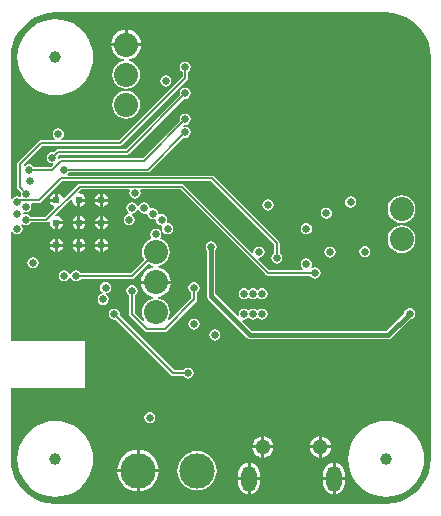
<source format=gbl>
G04*
G04 #@! TF.GenerationSoftware,Altium Limited,CircuitStudio,1.5.2 (30)*
G04*
G04 Layer_Physical_Order=4*
G04 Layer_Color=16737996*
%FSLAX25Y25*%
%MOIN*%
G70*
G01*
G75*
%ADD39C,0.00600*%
%ADD41C,0.00800*%
%ADD43C,0.01500*%
%ADD49C,0.08032*%
%ADD50C,0.11811*%
%ADD51C,0.02400*%
%ADD52O,0.05118X0.08661*%
%ADD53C,0.05118*%
%ADD54C,0.03937*%
%ADD55C,0.02500*%
G36*
X128323Y164369D02*
X130603Y163822D01*
X132770Y162924D01*
X134770Y161699D01*
X136554Y160176D01*
X138077Y158392D01*
X139302Y156392D01*
X140200Y154225D01*
X140747Y151945D01*
X140928Y149648D01*
X140920Y149606D01*
Y15748D01*
X140928Y15706D01*
X140747Y13410D01*
X140200Y11129D01*
X139302Y8962D01*
X138077Y6962D01*
X136554Y5179D01*
X134770Y3655D01*
X132770Y2430D01*
X130603Y1532D01*
X128323Y985D01*
X126026Y804D01*
X125984Y812D01*
X15748D01*
X15706Y804D01*
X13410Y985D01*
X11129Y1532D01*
X8962Y2430D01*
X6962Y3655D01*
X5179Y5179D01*
X3655Y6962D01*
X2430Y8962D01*
X1532Y11129D01*
X985Y13410D01*
X804Y15706D01*
X812Y15748D01*
Y39370D01*
X25591D01*
Y55118D01*
X812D01*
Y91493D01*
X1312Y91645D01*
X1619Y91186D01*
X2231Y90777D01*
X2953Y90633D01*
X3675Y90777D01*
X4287Y91186D01*
X4695Y91798D01*
X4839Y92520D01*
X4695Y93242D01*
X4438Y93627D01*
X4799Y93987D01*
X5184Y93730D01*
X5906Y93586D01*
X6627Y93730D01*
X7239Y94139D01*
X7517Y94555D01*
X12795D01*
X13146Y94625D01*
X13435Y94817D01*
X13469Y94810D01*
X13895Y94567D01*
X13879Y94488D01*
X14050Y93630D01*
X14536Y92902D01*
X15264Y92416D01*
X15622Y92345D01*
Y94488D01*
X16122D01*
Y94988D01*
X18266D01*
X18194Y95347D01*
X17708Y96074D01*
X16981Y96561D01*
X16122Y96731D01*
X16043Y96716D01*
X15797Y97176D01*
X20934Y102313D01*
X21395Y102067D01*
X21379Y101988D01*
X21550Y101130D01*
X22036Y100402D01*
X22764Y99916D01*
X23122Y99845D01*
Y101988D01*
X23622D01*
Y102488D01*
X25766D01*
X25694Y102847D01*
X25208Y103574D01*
X24480Y104060D01*
X23622Y104231D01*
X23543Y104216D01*
X23297Y104676D01*
X24184Y105563D01*
X40391D01*
X40627Y105122D01*
X40580Y105052D01*
X40437Y104331D01*
X40580Y103609D01*
X40989Y102997D01*
X41601Y102588D01*
X42323Y102445D01*
X43045Y102588D01*
X43657Y102997D01*
X44065Y103609D01*
X44209Y104331D01*
X44065Y105052D01*
X44019Y105122D01*
X44255Y105563D01*
X57509D01*
X85965Y77107D01*
X86263Y76908D01*
X86614Y76838D01*
X100750D01*
X101028Y76422D01*
X101640Y76013D01*
X102362Y75870D01*
X103084Y76013D01*
X103696Y76422D01*
X104105Y77034D01*
X104248Y77756D01*
X104105Y78478D01*
X103696Y79090D01*
X103084Y79499D01*
X102362Y79642D01*
X101640Y79499D01*
X101255Y79241D01*
X100895Y79602D01*
X101152Y79987D01*
X101296Y80709D01*
X101152Y81431D01*
X100743Y82042D01*
X100131Y82451D01*
X99410Y82595D01*
X98688Y82451D01*
X98076Y82042D01*
X97667Y81431D01*
X97523Y80709D01*
X97667Y79987D01*
X98076Y79375D01*
X98377Y79173D01*
X98225Y78673D01*
X86994D01*
X83358Y82310D01*
X83604Y82771D01*
X83661Y82759D01*
X84383Y82903D01*
X84995Y83312D01*
X85404Y83924D01*
X85548Y84646D01*
X85404Y85368D01*
X84995Y85979D01*
X84383Y86388D01*
X83661Y86532D01*
X82940Y86388D01*
X82328Y85979D01*
X81919Y85368D01*
X81775Y84646D01*
X81787Y84588D01*
X81326Y84342D01*
X58538Y107130D01*
X58240Y107328D01*
X57889Y107398D01*
X23804D01*
X23511Y107340D01*
X23452Y107328D01*
X23155Y107130D01*
X18715Y102690D01*
X18240Y102796D01*
X18182Y102865D01*
X17708Y103574D01*
X16981Y104060D01*
X16622Y104132D01*
Y101988D01*
X16122D01*
Y101488D01*
X13978D01*
X14050Y101130D01*
X14536Y100402D01*
X15246Y99928D01*
X15314Y99871D01*
X15420Y99395D01*
X12415Y96390D01*
X7517D01*
X7239Y96806D01*
X6627Y97215D01*
X5906Y97359D01*
X5406Y97259D01*
X5035Y97605D01*
X5377Y97991D01*
X5906Y97886D01*
X6627Y98030D01*
X7239Y98439D01*
X7648Y99051D01*
X7792Y99772D01*
X7648Y100494D01*
X7602Y100564D01*
X7837Y101005D01*
X10282D01*
X10633Y101075D01*
X10931Y101274D01*
X17992Y108334D01*
X67533D01*
X88649Y87218D01*
Y84289D01*
X88233Y84011D01*
X87824Y83399D01*
X87681Y82677D01*
X87824Y81955D01*
X88233Y81343D01*
X88845Y80935D01*
X89567Y80791D01*
X90289Y80935D01*
X90901Y81343D01*
X91310Y81955D01*
X91453Y82677D01*
X91310Y83399D01*
X90901Y84011D01*
X90485Y84289D01*
Y87598D01*
X90415Y87950D01*
X90216Y88247D01*
X68562Y109901D01*
X68265Y110100D01*
X67913Y110170D01*
X19885D01*
X19733Y110670D01*
X20035Y110871D01*
X20313Y111287D01*
X46654D01*
X47005Y111357D01*
X47302Y111556D01*
X58564Y122818D01*
X59055Y122720D01*
X59777Y122864D01*
X60389Y123273D01*
X60798Y123884D01*
X60941Y124606D01*
X60798Y125328D01*
X60389Y125940D01*
X59777Y126349D01*
X59055Y126493D01*
X58609Y126404D01*
X58375Y126851D01*
X58635Y127134D01*
X59055Y127051D01*
X59777Y127194D01*
X60389Y127603D01*
X60798Y128215D01*
X60941Y128937D01*
X60798Y129659D01*
X60389Y130271D01*
X59777Y130680D01*
X59055Y130823D01*
X58333Y130680D01*
X57721Y130271D01*
X57313Y129659D01*
X57169Y128937D01*
X57266Y128446D01*
X44895Y116075D01*
X17717D01*
X17424Y116017D01*
X17365Y116005D01*
X17097Y115826D01*
X16994Y115854D01*
X16639Y116084D01*
X16650Y116142D01*
X16552Y116633D01*
X17112Y117193D01*
X39567D01*
X39918Y117262D01*
X40216Y117461D01*
X58564Y135810D01*
X59055Y135712D01*
X59777Y135856D01*
X60389Y136265D01*
X60798Y136877D01*
X60941Y137598D01*
X60798Y138320D01*
X60389Y138932D01*
X59777Y139341D01*
X59055Y139485D01*
X58333Y139341D01*
X57721Y138932D01*
X57313Y138320D01*
X57169Y137598D01*
X57266Y137108D01*
X39187Y119028D01*
X16732D01*
X16439Y118970D01*
X16381Y118958D01*
X16083Y118759D01*
X15255Y117930D01*
X14764Y118028D01*
X14042Y117884D01*
X13430Y117475D01*
X13021Y116864D01*
X12878Y116142D01*
X13021Y115420D01*
X13430Y114808D01*
X14042Y114399D01*
X14764Y114255D01*
X14821Y114267D01*
X15067Y113806D01*
X14384Y113122D01*
X8502D01*
X8224Y113539D01*
X7612Y113947D01*
X6890Y114091D01*
X6168Y113947D01*
X5556Y113539D01*
X5482Y113428D01*
X4962Y113549D01*
X4921Y113859D01*
X11207Y120145D01*
X37402D01*
X37753Y120215D01*
X38050Y120414D01*
X59704Y142068D01*
X59903Y142365D01*
X59914Y142424D01*
X59973Y142717D01*
Y144648D01*
X60389Y144926D01*
X60798Y145538D01*
X60941Y146260D01*
X60798Y146982D01*
X60389Y147594D01*
X59777Y148003D01*
X59055Y148146D01*
X58333Y148003D01*
X57721Y147594D01*
X57313Y146982D01*
X57169Y146260D01*
X57313Y145538D01*
X57721Y144926D01*
X58138Y144648D01*
Y143097D01*
X37021Y121981D01*
X17916D01*
X17765Y122481D01*
X18066Y122682D01*
X18475Y123294D01*
X18619Y124016D01*
X18475Y124738D01*
X18066Y125349D01*
X17454Y125758D01*
X16732Y125902D01*
X16011Y125758D01*
X15398Y125349D01*
X14990Y124738D01*
X14846Y124016D01*
X14990Y123294D01*
X15398Y122682D01*
X15700Y122481D01*
X15548Y121981D01*
X10827D01*
X10476Y121911D01*
X10178Y121712D01*
X3288Y114822D01*
X3089Y114524D01*
X3019Y114173D01*
Y106234D01*
X3089Y105882D01*
X3288Y105585D01*
X4310Y104563D01*
X4212Y104072D01*
X4355Y103351D01*
X3928Y103132D01*
X3730Y103084D01*
X3675Y103121D01*
X2953Y103264D01*
X2231Y103121D01*
X1619Y102712D01*
X1312Y102253D01*
X812Y102405D01*
Y149606D01*
X804Y149648D01*
X985Y151945D01*
X1532Y154225D01*
X2430Y156392D01*
X3655Y158392D01*
X5179Y160176D01*
X6962Y161699D01*
X8962Y162924D01*
X11129Y163822D01*
X13410Y164369D01*
X15706Y164550D01*
X15748Y164542D01*
X125984D01*
X126026Y164550D01*
X128323Y164369D01*
D02*
G37*
%LPC*%
G36*
X68898Y58973D02*
X68176Y58829D01*
X67564Y58420D01*
X67155Y57808D01*
X67011Y57087D01*
X67155Y56365D01*
X67564Y55753D01*
X68176Y55344D01*
X68898Y55200D01*
X69620Y55344D01*
X70231Y55753D01*
X70640Y56365D01*
X70784Y57087D01*
X70640Y57808D01*
X70231Y58420D01*
X69620Y58829D01*
X68898Y58973D01*
D02*
G37*
G36*
X35433Y65863D02*
X34711Y65719D01*
X34099Y65310D01*
X33690Y64698D01*
X33547Y63976D01*
X33690Y63254D01*
X34099Y62643D01*
X34711Y62234D01*
X35433Y62090D01*
X35804Y62164D01*
X54397Y43570D01*
X54728Y43349D01*
X55118Y43272D01*
X58496D01*
X58706Y42957D01*
X59317Y42549D01*
X60039Y42405D01*
X60761Y42549D01*
X61373Y42957D01*
X61782Y43569D01*
X61926Y44291D01*
X61782Y45013D01*
X61373Y45625D01*
X60761Y46034D01*
X60039Y46178D01*
X59317Y46034D01*
X58706Y45625D01*
X58496Y45311D01*
X55541D01*
X37246Y63606D01*
X37319Y63976D01*
X37176Y64698D01*
X36767Y65310D01*
X36155Y65719D01*
X35433Y65863D01*
D02*
G37*
G36*
X62008Y62516D02*
X61286Y62373D01*
X60674Y61964D01*
X60265Y61352D01*
X60122Y60630D01*
X60265Y59908D01*
X60674Y59296D01*
X61286Y58887D01*
X62008Y58744D01*
X62730Y58887D01*
X63342Y59296D01*
X63750Y59908D01*
X63894Y60630D01*
X63750Y61352D01*
X63342Y61964D01*
X62730Y62373D01*
X62008Y62516D01*
D02*
G37*
G36*
X67717Y88304D02*
X66995Y88160D01*
X66383Y87751D01*
X65974Y87139D01*
X65830Y86417D01*
X65974Y85695D01*
X66340Y85147D01*
Y70079D01*
X66445Y69552D01*
X66743Y69105D01*
X79735Y56113D01*
X80182Y55815D01*
X80709Y55710D01*
X80709Y55710D01*
X126772D01*
X127298Y55815D01*
X127745Y56113D01*
X133934Y62302D01*
X134580Y62431D01*
X135192Y62839D01*
X135601Y63451D01*
X135745Y64173D01*
X135601Y64895D01*
X135192Y65507D01*
X134580Y65916D01*
X133858Y66059D01*
X133136Y65916D01*
X132525Y65507D01*
X132116Y64895D01*
X131987Y64249D01*
X126201Y58463D01*
X81279D01*
X78018Y61724D01*
X78264Y62185D01*
X78740Y62090D01*
X79462Y62234D01*
X80074Y62643D01*
X80359D01*
X80971Y62234D01*
X81693Y62090D01*
X82415Y62234D01*
X83027Y62643D01*
X83312D01*
X83924Y62234D01*
X84646Y62090D01*
X85368Y62234D01*
X85979Y62643D01*
X86388Y63254D01*
X86532Y63976D01*
X86388Y64698D01*
X85979Y65310D01*
X85368Y65719D01*
X84646Y65863D01*
X83924Y65719D01*
X83312Y65310D01*
X83027D01*
X82415Y65719D01*
X81693Y65863D01*
X80971Y65719D01*
X80359Y65310D01*
X80074D01*
X79462Y65719D01*
X78740Y65863D01*
X78018Y65719D01*
X77406Y65310D01*
X76998Y64698D01*
X76854Y63976D01*
X76949Y63500D01*
X76488Y63254D01*
X69093Y70649D01*
Y85147D01*
X69459Y85695D01*
X69603Y86417D01*
X69459Y87139D01*
X69050Y87751D01*
X68438Y88160D01*
X67717Y88304D01*
D02*
G37*
G36*
X47244Y31414D02*
X46522Y31270D01*
X45910Y30861D01*
X45501Y30249D01*
X45358Y29528D01*
X45501Y28806D01*
X45910Y28194D01*
X46522Y27785D01*
X47244Y27641D01*
X47966Y27785D01*
X48578Y28194D01*
X48987Y28806D01*
X49130Y29528D01*
X48987Y30249D01*
X48578Y30861D01*
X47966Y31270D01*
X47244Y31414D01*
D02*
G37*
G36*
X103535Y23241D02*
X103106Y23184D01*
X102241Y22825D01*
X101497Y22255D01*
X100927Y21511D01*
X100568Y20646D01*
X100512Y20217D01*
X103535D01*
Y23241D01*
D02*
G37*
G36*
X84441Y23241D02*
X84012Y23184D01*
X83146Y22825D01*
X82403Y22255D01*
X81832Y21511D01*
X81473Y20646D01*
X81417Y20217D01*
X84441D01*
Y23241D01*
D02*
G37*
G36*
X85441Y23241D02*
Y20217D01*
X88465D01*
X88408Y20646D01*
X88050Y21511D01*
X87479Y22255D01*
X86736Y22825D01*
X85870Y23184D01*
X85441Y23241D01*
D02*
G37*
G36*
X104535Y23241D02*
Y20217D01*
X107559D01*
X107503Y20646D01*
X107144Y21511D01*
X106574Y22255D01*
X105830Y22825D01*
X104964Y23184D01*
X104535Y23241D01*
D02*
G37*
G36*
X118898Y86729D02*
X118176Y86585D01*
X117564Y86176D01*
X117155Y85564D01*
X117011Y84842D01*
X117155Y84121D01*
X117564Y83509D01*
X118176Y83100D01*
X118898Y82956D01*
X119620Y83100D01*
X120231Y83509D01*
X120640Y84121D01*
X120784Y84842D01*
X120640Y85564D01*
X120231Y86176D01*
X119620Y86585D01*
X118898Y86729D01*
D02*
G37*
G36*
X107283Y86532D02*
X106561Y86388D01*
X105949Y85979D01*
X105541Y85367D01*
X105397Y84645D01*
X105541Y83924D01*
X105949Y83312D01*
X106561Y82903D01*
X107283Y82759D01*
X108005Y82903D01*
X108617Y83312D01*
X109026Y83924D01*
X109169Y84645D01*
X109026Y85367D01*
X108617Y85979D01*
X108005Y86388D01*
X107283Y86532D01*
D02*
G37*
G36*
X15622Y86488D02*
X13978D01*
X14050Y86130D01*
X14536Y85402D01*
X15264Y84916D01*
X15622Y84845D01*
Y86488D01*
D02*
G37*
G36*
X131142Y93671D02*
X129937Y93513D01*
X128814Y93048D01*
X127850Y92308D01*
X127110Y91343D01*
X126645Y90221D01*
X126486Y89016D01*
X126645Y87811D01*
X127110Y86688D01*
X127850Y85724D01*
X128814Y84984D01*
X129937Y84519D01*
X131142Y84360D01*
X132347Y84519D01*
X133469Y84984D01*
X134434Y85724D01*
X135174Y86688D01*
X135639Y87811D01*
X135797Y89016D01*
X135639Y90221D01*
X135174Y91343D01*
X134434Y92308D01*
X133469Y93048D01*
X132347Y93513D01*
X131142Y93671D01*
D02*
G37*
G36*
X8268Y82989D02*
X7546Y82845D01*
X6934Y82436D01*
X6525Y81824D01*
X6381Y81102D01*
X6525Y80380D01*
X6934Y79769D01*
X7546Y79360D01*
X8268Y79216D01*
X8990Y79360D01*
X9601Y79769D01*
X10010Y80380D01*
X10154Y81102D01*
X10010Y81824D01*
X9601Y82436D01*
X8990Y82845D01*
X8268Y82989D01*
D02*
G37*
G36*
X32480Y74721D02*
X31758Y74577D01*
X31146Y74168D01*
X30738Y73557D01*
X30594Y72835D01*
X30738Y72113D01*
X31146Y71501D01*
X31511Y71258D01*
X31405Y70727D01*
X30971Y70640D01*
X30359Y70231D01*
X29950Y69620D01*
X29807Y68898D01*
X29950Y68176D01*
X30359Y67564D01*
X30971Y67155D01*
X31693Y67011D01*
X32415Y67155D01*
X33027Y67564D01*
X33436Y68176D01*
X33579Y68898D01*
X33436Y69620D01*
X33027Y70231D01*
X32662Y70475D01*
X32768Y71006D01*
X33202Y71092D01*
X33814Y71501D01*
X34223Y72113D01*
X34367Y72835D01*
X34223Y73557D01*
X33814Y74168D01*
X33202Y74577D01*
X32480Y74721D01*
D02*
G37*
G36*
X62008D02*
X61286Y74577D01*
X60674Y74168D01*
X60265Y73557D01*
X60122Y72835D01*
X60265Y72113D01*
X60674Y71501D01*
X60988Y71291D01*
Y69320D01*
X53507Y61839D01*
X53130Y62169D01*
X53244Y62318D01*
X53710Y63441D01*
X53868Y64646D01*
X53710Y65851D01*
X53244Y66974D01*
X52505Y67938D01*
X51540Y68678D01*
X50418Y69143D01*
X50044Y69192D01*
X50044Y69696D01*
X50522Y69759D01*
X51742Y70264D01*
X52790Y71068D01*
X53594Y72116D01*
X54099Y73336D01*
X54206Y74146D01*
X49213D01*
X44219D01*
X44326Y73336D01*
X44831Y72116D01*
X45635Y71068D01*
X46683Y70264D01*
X47903Y69759D01*
X48381Y69696D01*
X48381Y69192D01*
X48008Y69143D01*
X46885Y68678D01*
X45921Y67938D01*
X45181Y66974D01*
X44716Y65851D01*
X44557Y64646D01*
X44716Y63441D01*
X45181Y62318D01*
X45295Y62169D01*
X44918Y61839D01*
X42358Y64399D01*
Y70307D01*
X42672Y70517D01*
X43081Y71129D01*
X43225Y71850D01*
X43081Y72572D01*
X42672Y73184D01*
X42060Y73593D01*
X41339Y73737D01*
X40617Y73593D01*
X40005Y73184D01*
X39596Y72572D01*
X39452Y71850D01*
X39596Y71129D01*
X40005Y70517D01*
X40319Y70307D01*
Y63976D01*
X40397Y63586D01*
X40618Y63255D01*
X45539Y58334D01*
X45870Y58113D01*
X46260Y58035D01*
X52165D01*
X52556Y58113D01*
X52886Y58334D01*
X62729Y68177D01*
X62950Y68507D01*
X63028Y68898D01*
Y71291D01*
X63342Y71501D01*
X63750Y72113D01*
X63894Y72835D01*
X63750Y73557D01*
X63342Y74168D01*
X62730Y74577D01*
X62008Y74721D01*
D02*
G37*
G36*
X49213Y92437D02*
X48491Y92294D01*
X47879Y91885D01*
X47470Y91273D01*
X47326Y90551D01*
X47470Y89829D01*
X47663Y89541D01*
X47484Y88926D01*
X46885Y88678D01*
X45921Y87938D01*
X45181Y86974D01*
X44716Y85851D01*
X44557Y84646D01*
X44716Y83441D01*
X45181Y82318D01*
X45295Y82170D01*
X40916Y77791D01*
X24182D01*
X23972Y78105D01*
X23360Y78514D01*
X22638Y78658D01*
X21916Y78514D01*
X21304Y78105D01*
X20940Y77561D01*
X20669Y77524D01*
X20399Y77561D01*
X20035Y78105D01*
X19423Y78514D01*
X18701Y78658D01*
X17979Y78514D01*
X17367Y78105D01*
X16958Y77494D01*
X16815Y76772D01*
X16958Y76050D01*
X17367Y75438D01*
X17979Y75029D01*
X18701Y74885D01*
X19423Y75029D01*
X20035Y75438D01*
X20399Y75983D01*
X20669Y76019D01*
X20940Y75983D01*
X21304Y75438D01*
X21916Y75029D01*
X22638Y74885D01*
X23360Y75029D01*
X23972Y75438D01*
X24182Y75752D01*
X41339D01*
X41729Y75830D01*
X42059Y76051D01*
X46736Y80728D01*
X46885Y80614D01*
X48008Y80149D01*
X48381Y80100D01*
X48381Y79595D01*
X47903Y79532D01*
X46683Y79027D01*
X45635Y78223D01*
X44831Y77175D01*
X44326Y75955D01*
X44219Y75146D01*
X49213D01*
X54206D01*
X54099Y75955D01*
X53594Y77175D01*
X52790Y78223D01*
X51742Y79027D01*
X50522Y79532D01*
X50044Y79595D01*
X50044Y80100D01*
X50418Y80149D01*
X51540Y80614D01*
X52505Y81354D01*
X53244Y82318D01*
X53710Y83441D01*
X53868Y84646D01*
X53710Y85851D01*
X53244Y86974D01*
X52505Y87938D01*
X51540Y88678D01*
X50941Y88926D01*
X50762Y89541D01*
X50955Y89829D01*
X51099Y90551D01*
X50955Y91273D01*
X50546Y91885D01*
X49934Y92294D01*
X49213Y92437D01*
D02*
G37*
G36*
X84646Y72752D02*
X83924Y72609D01*
X83312Y72200D01*
X83027D01*
X82415Y72609D01*
X81693Y72752D01*
X80971Y72609D01*
X80359Y72200D01*
X80074D01*
X79462Y72609D01*
X78740Y72752D01*
X78018Y72609D01*
X77406Y72200D01*
X76998Y71588D01*
X76854Y70866D01*
X76998Y70144D01*
X77406Y69532D01*
X78018Y69124D01*
X78740Y68980D01*
X79462Y69124D01*
X80074Y69532D01*
X80359D01*
X80971Y69124D01*
X81693Y68980D01*
X82415Y69124D01*
X83027Y69532D01*
X83312D01*
X83924Y69124D01*
X84646Y68980D01*
X85368Y69124D01*
X85979Y69532D01*
X86388Y70144D01*
X86532Y70866D01*
X86388Y71588D01*
X85979Y72200D01*
X85368Y72609D01*
X84646Y72752D01*
D02*
G37*
G36*
X88465Y19217D02*
X85441D01*
Y16193D01*
X85870Y16249D01*
X86736Y16608D01*
X87479Y17178D01*
X88050Y17922D01*
X88408Y18787D01*
X88465Y19217D01*
D02*
G37*
G36*
X42807Y11311D02*
X36417D01*
X36502Y10457D01*
X36896Y9156D01*
X37538Y7956D01*
X38401Y6904D01*
X39452Y6041D01*
X40652Y5400D01*
X41953Y5005D01*
X42807Y4921D01*
Y11311D01*
D02*
G37*
G36*
X108161Y8705D02*
X105072D01*
Y7433D01*
X105194Y6504D01*
X105553Y5638D01*
X106123Y4895D01*
X106867Y4324D01*
X107732Y3966D01*
X108161Y3909D01*
Y8705D01*
D02*
G37*
G36*
X62992Y18348D02*
X61717Y18222D01*
X60491Y17850D01*
X59360Y17246D01*
X58370Y16433D01*
X57557Y15443D01*
X56953Y14313D01*
X56581Y13086D01*
X56455Y11811D01*
X56581Y10536D01*
X56953Y9309D01*
X57557Y8179D01*
X58370Y7189D01*
X59360Y6376D01*
X60491Y5772D01*
X61717Y5400D01*
X62992Y5274D01*
X64267Y5400D01*
X65494Y5772D01*
X66624Y6376D01*
X67615Y7189D01*
X68427Y8179D01*
X69032Y9309D01*
X69403Y10536D01*
X69529Y11811D01*
X69403Y13086D01*
X69032Y14313D01*
X68427Y15443D01*
X67615Y16433D01*
X66624Y17246D01*
X65494Y17850D01*
X64267Y18222D01*
X62992Y18348D01*
D02*
G37*
G36*
X50197Y11311D02*
X43807D01*
Y4921D01*
X44661Y5005D01*
X45963Y5400D01*
X47162Y6041D01*
X48214Y6904D01*
X49077Y7956D01*
X49718Y9156D01*
X50113Y10457D01*
X50197Y11311D01*
D02*
G37*
G36*
X83905Y8705D02*
X80815D01*
Y3909D01*
X81244Y3966D01*
X82110Y4324D01*
X82853Y4895D01*
X83424Y5638D01*
X83782Y6504D01*
X83905Y7433D01*
Y8705D01*
D02*
G37*
G36*
X125984Y28395D02*
X124006Y28239D01*
X122076Y27776D01*
X120243Y27016D01*
X118551Y25980D01*
X117042Y24691D01*
X115753Y23182D01*
X114716Y21490D01*
X113956Y19656D01*
X113493Y17726D01*
X113337Y15748D01*
X113493Y13770D01*
X113956Y11840D01*
X114716Y10007D01*
X115753Y8314D01*
X117042Y6805D01*
X118551Y5517D01*
X120243Y4480D01*
X122076Y3720D01*
X124006Y3257D01*
X125984Y3101D01*
X127963Y3257D01*
X129892Y3720D01*
X131726Y4480D01*
X133418Y5517D01*
X134927Y6805D01*
X136216Y8314D01*
X137253Y10007D01*
X138012Y11840D01*
X138475Y13770D01*
X138631Y15748D01*
X138475Y17726D01*
X138012Y19656D01*
X137253Y21490D01*
X136216Y23182D01*
X134927Y24691D01*
X133418Y25980D01*
X131726Y27016D01*
X129892Y27776D01*
X127963Y28239D01*
X125984Y28395D01*
D02*
G37*
G36*
X15748D02*
X13770Y28239D01*
X11840Y27776D01*
X10007Y27016D01*
X8314Y25980D01*
X6805Y24691D01*
X5517Y23182D01*
X4480Y21490D01*
X3720Y19656D01*
X3257Y17726D01*
X3101Y15748D01*
X3257Y13770D01*
X3720Y11840D01*
X4480Y10007D01*
X5517Y8314D01*
X6805Y6805D01*
X8314Y5517D01*
X10007Y4480D01*
X11840Y3720D01*
X13770Y3257D01*
X15748Y3101D01*
X17726Y3257D01*
X19656Y3720D01*
X21490Y4480D01*
X23182Y5517D01*
X24691Y6805D01*
X25980Y8314D01*
X27016Y10007D01*
X27776Y11840D01*
X28239Y13770D01*
X28395Y15748D01*
X28239Y17726D01*
X27776Y19656D01*
X27016Y21490D01*
X25980Y23182D01*
X24691Y24691D01*
X23182Y25980D01*
X21490Y27016D01*
X19656Y27776D01*
X17726Y28239D01*
X15748Y28395D01*
D02*
G37*
G36*
X79815Y8705D02*
X76725D01*
Y7433D01*
X76847Y6504D01*
X77206Y5638D01*
X77777Y4895D01*
X78520Y4324D01*
X79386Y3966D01*
X79815Y3909D01*
Y8705D01*
D02*
G37*
G36*
X112251Y8705D02*
X109161D01*
Y3909D01*
X109590Y3966D01*
X110456Y4324D01*
X111200Y4895D01*
X111770Y5638D01*
X112129Y6504D01*
X112251Y7433D01*
Y8705D01*
D02*
G37*
G36*
X84441Y19217D02*
X81417D01*
X81473Y18787D01*
X81832Y17922D01*
X82403Y17178D01*
X83146Y16608D01*
X84012Y16249D01*
X84441Y16193D01*
Y19217D01*
D02*
G37*
G36*
X43807Y18701D02*
Y12311D01*
X50197D01*
X50113Y13165D01*
X49718Y14466D01*
X49077Y15666D01*
X48214Y16718D01*
X47162Y17581D01*
X45963Y18222D01*
X44661Y18617D01*
X43807Y18701D01*
D02*
G37*
G36*
X103535Y19217D02*
X100512D01*
X100568Y18787D01*
X100927Y17922D01*
X101497Y17178D01*
X102241Y16608D01*
X103106Y16249D01*
X103535Y16193D01*
Y19217D01*
D02*
G37*
G36*
X107559D02*
X104535D01*
Y16193D01*
X104964Y16249D01*
X105830Y16608D01*
X106574Y17178D01*
X107144Y17922D01*
X107503Y18787D01*
X107559Y19217D01*
D02*
G37*
G36*
X42807Y18701D02*
X41953Y18617D01*
X40652Y18222D01*
X39452Y17581D01*
X38401Y16718D01*
X37538Y15666D01*
X36896Y14466D01*
X36502Y13165D01*
X36417Y12311D01*
X42807D01*
Y18701D01*
D02*
G37*
G36*
X80815Y14500D02*
Y9705D01*
X83905D01*
Y10976D01*
X83782Y11906D01*
X83424Y12771D01*
X82853Y13515D01*
X82110Y14085D01*
X81244Y14444D01*
X80815Y14500D01*
D02*
G37*
G36*
X79815Y14500D02*
X79386Y14444D01*
X78520Y14085D01*
X77777Y13515D01*
X77206Y12771D01*
X76847Y11906D01*
X76725Y10976D01*
Y9705D01*
X79815D01*
Y14500D01*
D02*
G37*
G36*
X109161D02*
Y9705D01*
X112251D01*
Y10976D01*
X112129Y11906D01*
X111770Y12771D01*
X111200Y13515D01*
X110456Y14085D01*
X109590Y14444D01*
X109161Y14500D01*
D02*
G37*
G36*
X108161Y14500D02*
X107732Y14444D01*
X106867Y14085D01*
X106123Y13515D01*
X105553Y12771D01*
X105194Y11906D01*
X105072Y10976D01*
Y9705D01*
X108161D01*
Y14500D01*
D02*
G37*
G36*
X18266Y86488D02*
X16622D01*
Y84845D01*
X16981Y84916D01*
X17708Y85402D01*
X18194Y86130D01*
X18266Y86488D01*
D02*
G37*
G36*
X30622Y101488D02*
X28978D01*
X29050Y101130D01*
X29536Y100402D01*
X30264Y99916D01*
X30622Y99845D01*
Y101488D01*
D02*
G37*
G36*
X25766D02*
X24122D01*
Y99845D01*
X24480Y99916D01*
X25208Y100402D01*
X25694Y101130D01*
X25766Y101488D01*
D02*
G37*
G36*
X45276Y101296D02*
X44554Y101152D01*
X43942Y100743D01*
X43578Y100198D01*
X43307Y100162D01*
X43036Y100198D01*
X42672Y100743D01*
X42060Y101152D01*
X41339Y101295D01*
X40617Y101152D01*
X40005Y100743D01*
X39596Y100131D01*
X39452Y99409D01*
X39596Y98687D01*
X40005Y98075D01*
X40369Y97832D01*
X40367Y97783D01*
X40218Y97331D01*
X39632Y97215D01*
X39020Y96806D01*
X38612Y96194D01*
X38468Y95472D01*
X38612Y94750D01*
X39020Y94138D01*
X39632Y93730D01*
X40354Y93586D01*
X41076Y93730D01*
X41688Y94138D01*
X42097Y94750D01*
X42241Y95472D01*
X42097Y96194D01*
X41688Y96806D01*
X41324Y97049D01*
X41326Y97099D01*
X41475Y97550D01*
X42060Y97667D01*
X42672Y98075D01*
X43036Y98620D01*
X43307Y98657D01*
X43578Y98621D01*
X43942Y98076D01*
X44554Y97667D01*
X45276Y97523D01*
X45872Y97642D01*
X46146Y97525D01*
X46367Y97313D01*
X46486Y96719D01*
X46894Y96107D01*
X47506Y95698D01*
X48228Y95555D01*
X48825Y95673D01*
X49098Y95556D01*
X49320Y95344D01*
X49438Y94750D01*
X49847Y94138D01*
X50459Y93730D01*
X51053Y93612D01*
X51265Y93390D01*
X51382Y93116D01*
X51263Y92520D01*
X51407Y91798D01*
X51816Y91186D01*
X52428Y90777D01*
X53150Y90633D01*
X53871Y90777D01*
X54483Y91186D01*
X54892Y91798D01*
X55036Y92520D01*
X54892Y93242D01*
X54483Y93853D01*
X53871Y94262D01*
X53278Y94380D01*
X53066Y94602D01*
X52949Y94876D01*
X53067Y95472D01*
X52924Y96194D01*
X52515Y96806D01*
X51903Y97215D01*
X51181Y97359D01*
X50584Y97240D01*
X50311Y97357D01*
X50089Y97569D01*
X49971Y98163D01*
X49562Y98774D01*
X48950Y99183D01*
X48228Y99327D01*
X47632Y99208D01*
X47358Y99326D01*
X47136Y99537D01*
X47018Y100131D01*
X46609Y100743D01*
X45997Y101152D01*
X45276Y101296D01*
D02*
G37*
G36*
X33266Y101488D02*
X31622D01*
Y99845D01*
X31980Y99916D01*
X32708Y100402D01*
X33194Y101130D01*
X33266Y101488D01*
D02*
G37*
G36*
X114173Y103264D02*
X113451Y103121D01*
X112839Y102712D01*
X112431Y102100D01*
X112287Y101378D01*
X112431Y100656D01*
X112839Y100044D01*
X113451Y99635D01*
X114173Y99492D01*
X114895Y99635D01*
X115507Y100044D01*
X115916Y100656D01*
X116060Y101378D01*
X115916Y102100D01*
X115507Y102712D01*
X114895Y103121D01*
X114173Y103264D01*
D02*
G37*
G36*
X31622Y96632D02*
Y94988D01*
X33266D01*
X33194Y95347D01*
X32708Y96074D01*
X31980Y96561D01*
X31622Y96632D01*
D02*
G37*
G36*
X30622D02*
X30264Y96561D01*
X29536Y96074D01*
X29050Y95347D01*
X28978Y94988D01*
X30622D01*
Y96632D01*
D02*
G37*
G36*
X86614Y102280D02*
X85892Y102136D01*
X85280Y101727D01*
X84872Y101116D01*
X84728Y100394D01*
X84872Y99672D01*
X85280Y99060D01*
X85892Y98651D01*
X86614Y98507D01*
X87336Y98651D01*
X87948Y99060D01*
X88357Y99672D01*
X88500Y100394D01*
X88357Y101116D01*
X87948Y101727D01*
X87336Y102136D01*
X86614Y102280D01*
D02*
G37*
G36*
X106118Y99509D02*
X105396Y99365D01*
X104784Y98956D01*
X104375Y98344D01*
X104232Y97622D01*
X104375Y96900D01*
X104784Y96289D01*
X105396Y95880D01*
X106118Y95736D01*
X106840Y95880D01*
X107452Y96289D01*
X107861Y96900D01*
X108004Y97622D01*
X107861Y98344D01*
X107452Y98956D01*
X106840Y99365D01*
X106118Y99509D01*
D02*
G37*
G36*
X52559Y143619D02*
X51837Y143475D01*
X51225Y143066D01*
X50816Y142454D01*
X50673Y141732D01*
X50816Y141010D01*
X51225Y140399D01*
X51837Y139990D01*
X52559Y139846D01*
X53281Y139990D01*
X53893Y140399D01*
X54302Y141010D01*
X54445Y141732D01*
X54302Y142454D01*
X53893Y143066D01*
X53281Y143475D01*
X52559Y143619D01*
D02*
G37*
G36*
X44363Y153358D02*
X39370D01*
X34377D01*
X34483Y152549D01*
X34989Y151329D01*
X35793Y150281D01*
X36841Y149477D01*
X38061Y148972D01*
X38539Y148909D01*
X38539Y148404D01*
X38165Y148355D01*
X37042Y147890D01*
X36078Y147150D01*
X35338Y146186D01*
X34873Y145063D01*
X34714Y143858D01*
X34873Y142653D01*
X35338Y141531D01*
X36078Y140566D01*
X37042Y139826D01*
X38165Y139361D01*
X39370Y139203D01*
X40575Y139361D01*
X41698Y139826D01*
X42662Y140566D01*
X43402Y141531D01*
X43867Y142653D01*
X44026Y143858D01*
X43867Y145063D01*
X43402Y146186D01*
X42662Y147150D01*
X41698Y147890D01*
X40575Y148355D01*
X40202Y148404D01*
X40202Y148909D01*
X40679Y148972D01*
X41900Y149477D01*
X42947Y150281D01*
X43751Y151329D01*
X44257Y152549D01*
X44363Y153358D01*
D02*
G37*
G36*
X39870Y158851D02*
Y154358D01*
X44363D01*
X44257Y155168D01*
X43751Y156388D01*
X42947Y157436D01*
X41900Y158239D01*
X40679Y158745D01*
X39870Y158851D01*
D02*
G37*
G36*
X38870Y158852D02*
X38061Y158745D01*
X36841Y158239D01*
X35793Y157436D01*
X34989Y156388D01*
X34483Y155168D01*
X34377Y154358D01*
X38870D01*
Y158852D01*
D02*
G37*
G36*
X15748Y162253D02*
X13770Y162098D01*
X11840Y161634D01*
X10007Y160875D01*
X8314Y159838D01*
X6805Y158549D01*
X5517Y157040D01*
X4480Y155348D01*
X3720Y153514D01*
X3257Y151585D01*
X3101Y149606D01*
X3257Y147628D01*
X3720Y145698D01*
X4480Y143865D01*
X5517Y142173D01*
X6805Y140664D01*
X8314Y139375D01*
X10007Y138338D01*
X11840Y137578D01*
X13770Y137115D01*
X15748Y136959D01*
X17726Y137115D01*
X19656Y137578D01*
X21490Y138338D01*
X23182Y139375D01*
X24691Y140664D01*
X25980Y142173D01*
X27016Y143865D01*
X27776Y145698D01*
X28239Y147628D01*
X28395Y149606D01*
X28239Y151585D01*
X27776Y153514D01*
X27016Y155348D01*
X25980Y157040D01*
X24691Y158549D01*
X23182Y159838D01*
X21490Y160875D01*
X19656Y161634D01*
X17726Y162098D01*
X15748Y162253D01*
D02*
G37*
G36*
X30622Y104132D02*
X30264Y104060D01*
X29536Y103574D01*
X29050Y102847D01*
X28978Y102488D01*
X30622D01*
Y104132D01*
D02*
G37*
G36*
X15622D02*
X15264Y104060D01*
X14536Y103574D01*
X14050Y102847D01*
X13978Y102488D01*
X15622D01*
Y104132D01*
D02*
G37*
G36*
X39370Y138514D02*
X38165Y138355D01*
X37042Y137890D01*
X36078Y137150D01*
X35338Y136186D01*
X34873Y135063D01*
X34714Y133858D01*
X34873Y132653D01*
X35338Y131530D01*
X36078Y130566D01*
X37042Y129826D01*
X38165Y129361D01*
X39370Y129203D01*
X40575Y129361D01*
X41698Y129826D01*
X42662Y130566D01*
X43402Y131530D01*
X43867Y132653D01*
X44026Y133858D01*
X43867Y135063D01*
X43402Y136186D01*
X42662Y137150D01*
X41698Y137890D01*
X40575Y138355D01*
X39370Y138514D01*
D02*
G37*
G36*
X31622Y104132D02*
Y102488D01*
X33266D01*
X33194Y102847D01*
X32708Y103574D01*
X31980Y104060D01*
X31622Y104132D01*
D02*
G37*
G36*
X24122Y96632D02*
Y94988D01*
X25766D01*
X25694Y95347D01*
X25208Y96074D01*
X24480Y96561D01*
X24122Y96632D01*
D02*
G37*
G36*
X23122Y89132D02*
X22764Y89061D01*
X22036Y88574D01*
X21550Y87847D01*
X21478Y87488D01*
X23122D01*
Y89132D01*
D02*
G37*
G36*
X16622D02*
Y87488D01*
X18266D01*
X18194Y87847D01*
X17708Y88574D01*
X16981Y89061D01*
X16622Y89132D01*
D02*
G37*
G36*
X30622D02*
X30264Y89061D01*
X29536Y88574D01*
X29050Y87847D01*
X28978Y87488D01*
X30622D01*
Y89132D01*
D02*
G37*
G36*
X24122D02*
Y87488D01*
X25766D01*
X25694Y87847D01*
X25208Y88574D01*
X24480Y89061D01*
X24122Y89132D01*
D02*
G37*
G36*
X15622D02*
X15264Y89061D01*
X14536Y88574D01*
X14050Y87847D01*
X13978Y87488D01*
X15622D01*
Y89132D01*
D02*
G37*
G36*
X25766Y86488D02*
X24122D01*
Y84845D01*
X24480Y84916D01*
X25208Y85402D01*
X25694Y86130D01*
X25766Y86488D01*
D02*
G37*
G36*
X23122D02*
X21478D01*
X21550Y86130D01*
X22036Y85402D01*
X22764Y84916D01*
X23122Y84845D01*
Y86488D01*
D02*
G37*
G36*
X33266D02*
X31622D01*
Y84845D01*
X31980Y84916D01*
X32708Y85402D01*
X33194Y86130D01*
X33266Y86488D01*
D02*
G37*
G36*
X30622D02*
X28978D01*
X29050Y86130D01*
X29536Y85402D01*
X30264Y84916D01*
X30622Y84845D01*
Y86488D01*
D02*
G37*
G36*
X33266Y93988D02*
X31622D01*
Y92345D01*
X31980Y92416D01*
X32708Y92902D01*
X33194Y93630D01*
X33266Y93988D01*
D02*
G37*
G36*
X30622D02*
X28978D01*
X29050Y93630D01*
X29536Y92902D01*
X30264Y92416D01*
X30622Y92345D01*
Y93988D01*
D02*
G37*
G36*
X23122Y96632D02*
X22764Y96561D01*
X22036Y96074D01*
X21550Y95347D01*
X21478Y94988D01*
X23122D01*
Y96632D01*
D02*
G37*
G36*
X131142Y103671D02*
X129937Y103513D01*
X128814Y103048D01*
X127850Y102308D01*
X127110Y101344D01*
X126645Y100221D01*
X126486Y99016D01*
X126645Y97811D01*
X127110Y96688D01*
X127850Y95724D01*
X128814Y94984D01*
X129937Y94519D01*
X131142Y94360D01*
X132347Y94519D01*
X133469Y94984D01*
X134434Y95724D01*
X135174Y96688D01*
X135639Y97811D01*
X135797Y99016D01*
X135639Y100221D01*
X135174Y101344D01*
X134434Y102308D01*
X133469Y103048D01*
X132347Y103513D01*
X131142Y103671D01*
D02*
G37*
G36*
X25766Y93988D02*
X24122D01*
Y92345D01*
X24480Y92416D01*
X25208Y92902D01*
X25694Y93630D01*
X25766Y93988D01*
D02*
G37*
G36*
X99410Y94406D02*
X98688Y94262D01*
X98076Y93853D01*
X97667Y93242D01*
X97523Y92520D01*
X97667Y91798D01*
X98076Y91186D01*
X98688Y90777D01*
X99410Y90633D01*
X100131Y90777D01*
X100743Y91186D01*
X101152Y91798D01*
X101296Y92520D01*
X101152Y93242D01*
X100743Y93853D01*
X100131Y94262D01*
X99410Y94406D01*
D02*
G37*
G36*
X31622Y89132D02*
Y87488D01*
X33266D01*
X33194Y87847D01*
X32708Y88574D01*
X31980Y89061D01*
X31622Y89132D01*
D02*
G37*
G36*
X23122Y93988D02*
X21478D01*
X21550Y93630D01*
X22036Y92902D01*
X22764Y92416D01*
X23122Y92345D01*
Y93988D01*
D02*
G37*
G36*
X18266D02*
X16622D01*
Y92345D01*
X16981Y92416D01*
X17708Y92902D01*
X18194Y93630D01*
X18266Y93988D01*
D02*
G37*
%LPD*%
D39*
X86614Y77756D02*
X102362D01*
X57889Y106481D02*
X86614Y77756D01*
X23804Y106481D02*
X57889D01*
X6890Y112205D02*
X14764D01*
X10827Y121063D02*
X37402D01*
X3937Y114173D02*
X10827Y121063D01*
X3937Y106234D02*
Y114173D01*
Y106234D02*
X6098Y104072D01*
X89567Y82677D02*
Y87598D01*
X67913Y109252D02*
X89567Y87598D01*
X17612Y109252D02*
X67913D01*
X10282Y101922D02*
X17612Y109252D01*
X12795Y95472D02*
X23804Y106481D01*
X3497Y101922D02*
X10282D01*
X5906Y95472D02*
X12795D01*
X2953Y101378D02*
X3497Y101922D01*
X37402Y121063D02*
X59055Y142717D01*
Y146260D01*
X16732Y118110D02*
X39567D01*
X14764Y116142D02*
X16732Y118110D01*
X14764Y112205D02*
X17717Y115157D01*
X45276D01*
X39567Y118110D02*
X59055Y137598D01*
X45276Y115157D02*
X59055Y128937D01*
X46654Y112205D02*
X59055Y124606D01*
X18701Y112205D02*
X46654D01*
D41*
X55118Y44291D02*
X60039D01*
X35433Y63976D02*
X55118Y44291D01*
X41339Y76772D02*
X49213Y84646D01*
X22638Y76772D02*
X41339D01*
Y63976D02*
Y71850D01*
X46260Y59055D02*
X52165D01*
X41339Y63976D02*
X46260Y59055D01*
X52165D02*
X62008Y68898D01*
Y72835D01*
D43*
X67717Y70079D02*
Y86417D01*
Y70079D02*
X80709Y57087D01*
X126772D01*
X133858Y64173D01*
D49*
X131142Y99016D02*
D03*
Y89016D02*
D03*
X49213Y84646D02*
D03*
Y74646D02*
D03*
Y64646D02*
D03*
X39370Y133858D02*
D03*
Y143858D02*
D03*
Y153858D02*
D03*
D50*
X62992Y11811D02*
D03*
X43307D02*
D03*
D51*
X16122Y86988D02*
D03*
Y101988D02*
D03*
X31122D02*
D03*
Y86988D02*
D03*
Y94488D02*
D03*
X23622Y101988D02*
D03*
X16122Y94488D02*
D03*
X23622Y86988D02*
D03*
Y94488D02*
D03*
D52*
X80315Y9205D02*
D03*
X108661D02*
D03*
D53*
X84941Y19716D02*
D03*
X104035D02*
D03*
D54*
X15748Y15748D02*
D03*
X125984D02*
D03*
X15748Y149606D02*
D03*
D55*
X109252Y102362D02*
D03*
X123031Y96457D02*
D03*
X103347Y91535D02*
D03*
X99410Y92520D02*
D03*
X106118Y97622D02*
D03*
X114173Y101378D02*
D03*
X107283Y84645D02*
D03*
X99410Y80709D02*
D03*
X118898Y84842D02*
D03*
X102362Y77756D02*
D03*
X99410Y11811D02*
D03*
X51181Y21654D02*
D03*
X4921Y89567D02*
D03*
Y128937D02*
D03*
X80709Y150591D02*
D03*
X64961Y141732D02*
D03*
X22638Y127953D02*
D03*
X73819Y112205D02*
D03*
X101378Y105315D02*
D03*
X123031Y108268D02*
D03*
X111221Y74803D02*
D03*
X127953Y75787D02*
D03*
X125984Y60039D02*
D03*
X101378Y52165D02*
D03*
X95472Y74803D02*
D03*
X101378Y70866D02*
D03*
X74803Y53150D02*
D03*
X6890Y75787D02*
D03*
X3937Y72835D02*
D03*
Y68898D02*
D03*
Y57087D02*
D03*
Y61024D02*
D03*
Y64961D02*
D03*
X15748Y72835D02*
D03*
Y68898D02*
D03*
X11811Y66929D02*
D03*
X15748Y61024D02*
D03*
X11811Y62992D02*
D03*
X16732Y57087D02*
D03*
X20669D02*
D03*
X24606D02*
D03*
X27559Y53150D02*
D03*
Y49213D02*
D03*
Y45276D02*
D03*
Y41339D02*
D03*
X4921Y37402D02*
D03*
X8858D02*
D03*
X12795D02*
D03*
X16732D02*
D03*
X20669D02*
D03*
X24606D02*
D03*
X60039Y39370D02*
D03*
X72835Y27559D02*
D03*
X35433Y63976D02*
D03*
X81693Y70866D02*
D03*
X133858Y64173D02*
D03*
X67717Y86417D02*
D03*
X16732Y124016D02*
D03*
X6890Y112205D02*
D03*
X47244Y29528D02*
D03*
X68898Y57087D02*
D03*
X86614Y100394D02*
D03*
X49213Y90551D02*
D03*
X40354Y95472D02*
D03*
X42323Y104331D02*
D03*
X45276Y99410D02*
D03*
X48228Y97441D02*
D03*
X41339Y99409D02*
D03*
X53150Y92520D02*
D03*
X51181Y95472D02*
D03*
X41339Y71850D02*
D03*
X89567Y82677D02*
D03*
X7283Y108268D02*
D03*
X14764Y116142D02*
D03*
X59055Y146260D02*
D03*
Y137598D02*
D03*
Y128937D02*
D03*
Y124606D02*
D03*
X18701Y112205D02*
D03*
X6098Y104072D02*
D03*
X5906Y99772D02*
D03*
Y95472D02*
D03*
X2953Y92520D02*
D03*
Y101378D02*
D03*
Y97441D02*
D03*
X32480Y72835D02*
D03*
X62008D02*
D03*
X31693Y68898D02*
D03*
X60039Y44291D02*
D03*
X62008Y60630D02*
D03*
X8268Y81102D02*
D03*
X52559Y141732D02*
D03*
X84646Y70866D02*
D03*
X78740D02*
D03*
Y63976D02*
D03*
X81693D02*
D03*
X84646D02*
D03*
X83661Y84646D02*
D03*
X18701Y76772D02*
D03*
X22638D02*
D03*
M02*

</source>
